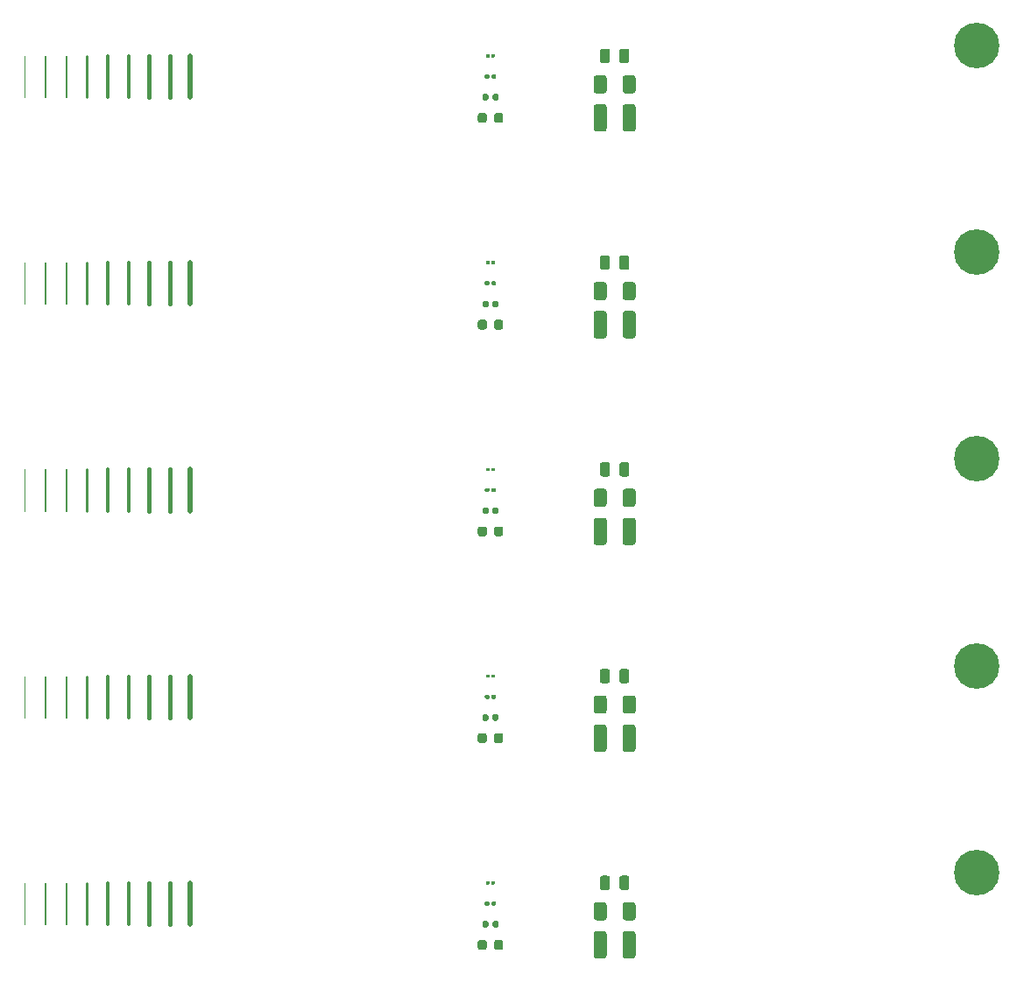
<source format=gbr>
%TF.GenerationSoftware,KiCad,Pcbnew,(5.1.6-0-10_14)*%
%TF.CreationDate,2020-07-24T19:18:52+09:00*%
%TF.ProjectId,pcb_ruler,7063625f-7275-46c6-9572-2e6b69636164,rev?*%
%TF.SameCoordinates,Original*%
%TF.FileFunction,Copper,L1,Top*%
%TF.FilePolarity,Positive*%
%FSLAX46Y46*%
G04 Gerber Fmt 4.6, Leading zero omitted, Abs format (unit mm)*
G04 Created by KiCad (PCBNEW (5.1.6-0-10_14)) date 2020-07-24 19:18:52*
%MOMM*%
%LPD*%
G01*
G04 APERTURE LIST*
%TA.AperFunction,ComponentPad*%
%ADD10C,4.400000*%
%TD*%
%TA.AperFunction,ComponentPad*%
%ADD11C,0.700000*%
%TD*%
%TA.AperFunction,Conductor*%
%ADD12C,0.100000*%
%TD*%
%TA.AperFunction,Conductor*%
%ADD13C,0.150000*%
%TD*%
%TA.AperFunction,Conductor*%
%ADD14C,0.200000*%
%TD*%
%TA.AperFunction,Conductor*%
%ADD15C,0.250000*%
%TD*%
%TA.AperFunction,Conductor*%
%ADD16C,0.300000*%
%TD*%
%TA.AperFunction,Conductor*%
%ADD17C,0.350000*%
%TD*%
%TA.AperFunction,Conductor*%
%ADD18C,0.450000*%
%TD*%
%TA.AperFunction,Conductor*%
%ADD19C,0.500000*%
%TD*%
%TA.AperFunction,Conductor*%
%ADD20C,0.400000*%
%TD*%
G04 APERTURE END LIST*
%TO.P,1005(0402),2*%
%TO.N,N/C*%
%TA.AperFunction,SMDPad,CuDef*%
G36*
G01*
X148190000Y-195172500D02*
X148190000Y-194827500D01*
G75*
G02*
X148337500Y-194680000I147500J0D01*
G01*
X148632500Y-194680000D01*
G75*
G02*
X148780000Y-194827500I0J-147500D01*
G01*
X148780000Y-195172500D01*
G75*
G02*
X148632500Y-195320000I-147500J0D01*
G01*
X148337500Y-195320000D01*
G75*
G02*
X148190000Y-195172500I0J147500D01*
G01*
G37*
%TD.AperFunction*%
%TO.P,1005(0402),1*%
%TA.AperFunction,SMDPad,CuDef*%
G36*
G01*
X147220000Y-195172500D02*
X147220000Y-194827500D01*
G75*
G02*
X147367500Y-194680000I147500J0D01*
G01*
X147662500Y-194680000D01*
G75*
G02*
X147810000Y-194827500I0J-147500D01*
G01*
X147810000Y-195172500D01*
G75*
G02*
X147662500Y-195320000I-147500J0D01*
G01*
X147367500Y-195320000D01*
G75*
G02*
X147220000Y-195172500I0J147500D01*
G01*
G37*
%TD.AperFunction*%
%TD*%
%TO.P,0603(0201),1*%
%TO.N,N/C*%
%TA.AperFunction,SMDPad,CuDef*%
G36*
G01*
X147450000Y-193100000D02*
X147450000Y-192900000D01*
G75*
G02*
X147550000Y-192800000I100000J0D01*
G01*
X147810000Y-192800000D01*
G75*
G02*
X147910000Y-192900000I0J-100000D01*
G01*
X147910000Y-193100000D01*
G75*
G02*
X147810000Y-193200000I-100000J0D01*
G01*
X147550000Y-193200000D01*
G75*
G02*
X147450000Y-193100000I0J100000D01*
G01*
G37*
%TD.AperFunction*%
%TO.P,0603(0201),2*%
%TA.AperFunction,SMDPad,CuDef*%
G36*
G01*
X148090000Y-193100000D02*
X148090000Y-192900000D01*
G75*
G02*
X148190000Y-192800000I100000J0D01*
G01*
X148450000Y-192800000D01*
G75*
G02*
X148550000Y-192900000I0J-100000D01*
G01*
X148550000Y-193100000D01*
G75*
G02*
X148450000Y-193200000I-100000J0D01*
G01*
X148190000Y-193200000D01*
G75*
G02*
X148090000Y-193100000I0J100000D01*
G01*
G37*
%TD.AperFunction*%
%TD*%
%TO.P,0402(01005),2*%
%TO.N,N/C*%
%TA.AperFunction,SMDPad,CuDef*%
G36*
G01*
X148050000Y-191075000D02*
X148050000Y-190925000D01*
G75*
G02*
X148125000Y-190850000I75000J0D01*
G01*
X148375000Y-190850000D01*
G75*
G02*
X148450000Y-190925000I0J-75000D01*
G01*
X148450000Y-191075000D01*
G75*
G02*
X148375000Y-191150000I-75000J0D01*
G01*
X148125000Y-191150000D01*
G75*
G02*
X148050000Y-191075000I0J75000D01*
G01*
G37*
%TD.AperFunction*%
%TO.P,0402(01005),1*%
%TA.AperFunction,SMDPad,CuDef*%
G36*
G01*
X147550000Y-191075000D02*
X147550000Y-190925000D01*
G75*
G02*
X147625000Y-190850000I75000J0D01*
G01*
X147875000Y-190850000D01*
G75*
G02*
X147950000Y-190925000I0J-75000D01*
G01*
X147950000Y-191075000D01*
G75*
G02*
X147875000Y-191150000I-75000J0D01*
G01*
X147625000Y-191150000D01*
G75*
G02*
X147550000Y-191075000I0J75000D01*
G01*
G37*
%TD.AperFunction*%
%TD*%
%TO.P,1608(0603),2*%
%TO.N,N/C*%
%TA.AperFunction,SMDPad,CuDef*%
G36*
G01*
X148350000Y-197256250D02*
X148350000Y-196743750D01*
G75*
G02*
X148568750Y-196525000I218750J0D01*
G01*
X149006250Y-196525000D01*
G75*
G02*
X149225000Y-196743750I0J-218750D01*
G01*
X149225000Y-197256250D01*
G75*
G02*
X149006250Y-197475000I-218750J0D01*
G01*
X148568750Y-197475000D01*
G75*
G02*
X148350000Y-197256250I0J218750D01*
G01*
G37*
%TD.AperFunction*%
%TO.P,1608(0603),1*%
%TA.AperFunction,SMDPad,CuDef*%
G36*
G01*
X146775000Y-197256250D02*
X146775000Y-196743750D01*
G75*
G02*
X146993750Y-196525000I218750J0D01*
G01*
X147431250Y-196525000D01*
G75*
G02*
X147650000Y-196743750I0J-218750D01*
G01*
X147650000Y-197256250D01*
G75*
G02*
X147431250Y-197475000I-218750J0D01*
G01*
X146993750Y-197475000D01*
G75*
G02*
X146775000Y-197256250I0J218750D01*
G01*
G37*
%TD.AperFunction*%
%TD*%
%TO.P,2012(0805),2*%
%TO.N,N/C*%
%TA.AperFunction,SMDPad,CuDef*%
G36*
G01*
X160450000Y-191456250D02*
X160450000Y-190543750D01*
G75*
G02*
X160693750Y-190300000I243750J0D01*
G01*
X161181250Y-190300000D01*
G75*
G02*
X161425000Y-190543750I0J-243750D01*
G01*
X161425000Y-191456250D01*
G75*
G02*
X161181250Y-191700000I-243750J0D01*
G01*
X160693750Y-191700000D01*
G75*
G02*
X160450000Y-191456250I0J243750D01*
G01*
G37*
%TD.AperFunction*%
%TO.P,2012(0805),1*%
%TA.AperFunction,SMDPad,CuDef*%
G36*
G01*
X158575000Y-191456250D02*
X158575000Y-190543750D01*
G75*
G02*
X158818750Y-190300000I243750J0D01*
G01*
X159306250Y-190300000D01*
G75*
G02*
X159550000Y-190543750I0J-243750D01*
G01*
X159550000Y-191456250D01*
G75*
G02*
X159306250Y-191700000I-243750J0D01*
G01*
X158818750Y-191700000D01*
G75*
G02*
X158575000Y-191456250I0J243750D01*
G01*
G37*
%TD.AperFunction*%
%TD*%
%TO.P,3216(1206),1*%
%TO.N,N/C*%
%TA.AperFunction,SMDPad,CuDef*%
G36*
G01*
X157975000Y-194375000D02*
X157975000Y-193125000D01*
G75*
G02*
X158225000Y-192875000I250000J0D01*
G01*
X158975000Y-192875000D01*
G75*
G02*
X159225000Y-193125000I0J-250000D01*
G01*
X159225000Y-194375000D01*
G75*
G02*
X158975000Y-194625000I-250000J0D01*
G01*
X158225000Y-194625000D01*
G75*
G02*
X157975000Y-194375000I0J250000D01*
G01*
G37*
%TD.AperFunction*%
%TO.P,3216(1206),2*%
%TA.AperFunction,SMDPad,CuDef*%
G36*
G01*
X160775000Y-194375000D02*
X160775000Y-193125000D01*
G75*
G02*
X161025000Y-192875000I250000J0D01*
G01*
X161775000Y-192875000D01*
G75*
G02*
X162025000Y-193125000I0J-250000D01*
G01*
X162025000Y-194375000D01*
G75*
G02*
X161775000Y-194625000I-250000J0D01*
G01*
X161025000Y-194625000D01*
G75*
G02*
X160775000Y-194375000I0J250000D01*
G01*
G37*
%TD.AperFunction*%
%TD*%
%TO.P,3225(1210),1*%
%TO.N,N/C*%
%TA.AperFunction,SMDPad,CuDef*%
G36*
G01*
X157975000Y-198075000D02*
X157975000Y-195925000D01*
G75*
G02*
X158225000Y-195675000I250000J0D01*
G01*
X158975000Y-195675000D01*
G75*
G02*
X159225000Y-195925000I0J-250000D01*
G01*
X159225000Y-198075000D01*
G75*
G02*
X158975000Y-198325000I-250000J0D01*
G01*
X158225000Y-198325000D01*
G75*
G02*
X157975000Y-198075000I0J250000D01*
G01*
G37*
%TD.AperFunction*%
%TO.P,3225(1210),2*%
%TA.AperFunction,SMDPad,CuDef*%
G36*
G01*
X160775000Y-198075000D02*
X160775000Y-195925000D01*
G75*
G02*
X161025000Y-195675000I250000J0D01*
G01*
X161775000Y-195675000D01*
G75*
G02*
X162025000Y-195925000I0J-250000D01*
G01*
X162025000Y-198075000D01*
G75*
G02*
X161775000Y-198325000I-250000J0D01*
G01*
X161025000Y-198325000D01*
G75*
G02*
X160775000Y-198075000I0J250000D01*
G01*
G37*
%TD.AperFunction*%
%TD*%
D10*
%TO.P,REF\u002A\u002A,1*%
%TO.N,N/C*%
X195000000Y-190000000D03*
D11*
X196650000Y-190000000D03*
X196166726Y-191166726D03*
X195000000Y-191650000D03*
X193833274Y-191166726D03*
X193350000Y-190000000D03*
X193833274Y-188833274D03*
X195000000Y-188350000D03*
X196166726Y-188833274D03*
%TD*%
%TO.P,1005(0402),2*%
%TO.N,N/C*%
%TA.AperFunction,SMDPad,CuDef*%
G36*
G01*
X148190000Y-175172500D02*
X148190000Y-174827500D01*
G75*
G02*
X148337500Y-174680000I147500J0D01*
G01*
X148632500Y-174680000D01*
G75*
G02*
X148780000Y-174827500I0J-147500D01*
G01*
X148780000Y-175172500D01*
G75*
G02*
X148632500Y-175320000I-147500J0D01*
G01*
X148337500Y-175320000D01*
G75*
G02*
X148190000Y-175172500I0J147500D01*
G01*
G37*
%TD.AperFunction*%
%TO.P,1005(0402),1*%
%TA.AperFunction,SMDPad,CuDef*%
G36*
G01*
X147220000Y-175172500D02*
X147220000Y-174827500D01*
G75*
G02*
X147367500Y-174680000I147500J0D01*
G01*
X147662500Y-174680000D01*
G75*
G02*
X147810000Y-174827500I0J-147500D01*
G01*
X147810000Y-175172500D01*
G75*
G02*
X147662500Y-175320000I-147500J0D01*
G01*
X147367500Y-175320000D01*
G75*
G02*
X147220000Y-175172500I0J147500D01*
G01*
G37*
%TD.AperFunction*%
%TD*%
%TO.P,0603(0201),1*%
%TO.N,N/C*%
%TA.AperFunction,SMDPad,CuDef*%
G36*
G01*
X147450000Y-173100000D02*
X147450000Y-172900000D01*
G75*
G02*
X147550000Y-172800000I100000J0D01*
G01*
X147810000Y-172800000D01*
G75*
G02*
X147910000Y-172900000I0J-100000D01*
G01*
X147910000Y-173100000D01*
G75*
G02*
X147810000Y-173200000I-100000J0D01*
G01*
X147550000Y-173200000D01*
G75*
G02*
X147450000Y-173100000I0J100000D01*
G01*
G37*
%TD.AperFunction*%
%TO.P,0603(0201),2*%
%TA.AperFunction,SMDPad,CuDef*%
G36*
G01*
X148090000Y-173100000D02*
X148090000Y-172900000D01*
G75*
G02*
X148190000Y-172800000I100000J0D01*
G01*
X148450000Y-172800000D01*
G75*
G02*
X148550000Y-172900000I0J-100000D01*
G01*
X148550000Y-173100000D01*
G75*
G02*
X148450000Y-173200000I-100000J0D01*
G01*
X148190000Y-173200000D01*
G75*
G02*
X148090000Y-173100000I0J100000D01*
G01*
G37*
%TD.AperFunction*%
%TD*%
%TO.P,0402(01005),2*%
%TO.N,N/C*%
%TA.AperFunction,SMDPad,CuDef*%
G36*
G01*
X148050000Y-171075000D02*
X148050000Y-170925000D01*
G75*
G02*
X148125000Y-170850000I75000J0D01*
G01*
X148375000Y-170850000D01*
G75*
G02*
X148450000Y-170925000I0J-75000D01*
G01*
X148450000Y-171075000D01*
G75*
G02*
X148375000Y-171150000I-75000J0D01*
G01*
X148125000Y-171150000D01*
G75*
G02*
X148050000Y-171075000I0J75000D01*
G01*
G37*
%TD.AperFunction*%
%TO.P,0402(01005),1*%
%TA.AperFunction,SMDPad,CuDef*%
G36*
G01*
X147550000Y-171075000D02*
X147550000Y-170925000D01*
G75*
G02*
X147625000Y-170850000I75000J0D01*
G01*
X147875000Y-170850000D01*
G75*
G02*
X147950000Y-170925000I0J-75000D01*
G01*
X147950000Y-171075000D01*
G75*
G02*
X147875000Y-171150000I-75000J0D01*
G01*
X147625000Y-171150000D01*
G75*
G02*
X147550000Y-171075000I0J75000D01*
G01*
G37*
%TD.AperFunction*%
%TD*%
%TO.P,1608(0603),2*%
%TO.N,N/C*%
%TA.AperFunction,SMDPad,CuDef*%
G36*
G01*
X148350000Y-177256250D02*
X148350000Y-176743750D01*
G75*
G02*
X148568750Y-176525000I218750J0D01*
G01*
X149006250Y-176525000D01*
G75*
G02*
X149225000Y-176743750I0J-218750D01*
G01*
X149225000Y-177256250D01*
G75*
G02*
X149006250Y-177475000I-218750J0D01*
G01*
X148568750Y-177475000D01*
G75*
G02*
X148350000Y-177256250I0J218750D01*
G01*
G37*
%TD.AperFunction*%
%TO.P,1608(0603),1*%
%TA.AperFunction,SMDPad,CuDef*%
G36*
G01*
X146775000Y-177256250D02*
X146775000Y-176743750D01*
G75*
G02*
X146993750Y-176525000I218750J0D01*
G01*
X147431250Y-176525000D01*
G75*
G02*
X147650000Y-176743750I0J-218750D01*
G01*
X147650000Y-177256250D01*
G75*
G02*
X147431250Y-177475000I-218750J0D01*
G01*
X146993750Y-177475000D01*
G75*
G02*
X146775000Y-177256250I0J218750D01*
G01*
G37*
%TD.AperFunction*%
%TD*%
%TO.P,2012(0805),2*%
%TO.N,N/C*%
%TA.AperFunction,SMDPad,CuDef*%
G36*
G01*
X160450000Y-171456250D02*
X160450000Y-170543750D01*
G75*
G02*
X160693750Y-170300000I243750J0D01*
G01*
X161181250Y-170300000D01*
G75*
G02*
X161425000Y-170543750I0J-243750D01*
G01*
X161425000Y-171456250D01*
G75*
G02*
X161181250Y-171700000I-243750J0D01*
G01*
X160693750Y-171700000D01*
G75*
G02*
X160450000Y-171456250I0J243750D01*
G01*
G37*
%TD.AperFunction*%
%TO.P,2012(0805),1*%
%TA.AperFunction,SMDPad,CuDef*%
G36*
G01*
X158575000Y-171456250D02*
X158575000Y-170543750D01*
G75*
G02*
X158818750Y-170300000I243750J0D01*
G01*
X159306250Y-170300000D01*
G75*
G02*
X159550000Y-170543750I0J-243750D01*
G01*
X159550000Y-171456250D01*
G75*
G02*
X159306250Y-171700000I-243750J0D01*
G01*
X158818750Y-171700000D01*
G75*
G02*
X158575000Y-171456250I0J243750D01*
G01*
G37*
%TD.AperFunction*%
%TD*%
%TO.P,3216(1206),1*%
%TO.N,N/C*%
%TA.AperFunction,SMDPad,CuDef*%
G36*
G01*
X157975000Y-174375000D02*
X157975000Y-173125000D01*
G75*
G02*
X158225000Y-172875000I250000J0D01*
G01*
X158975000Y-172875000D01*
G75*
G02*
X159225000Y-173125000I0J-250000D01*
G01*
X159225000Y-174375000D01*
G75*
G02*
X158975000Y-174625000I-250000J0D01*
G01*
X158225000Y-174625000D01*
G75*
G02*
X157975000Y-174375000I0J250000D01*
G01*
G37*
%TD.AperFunction*%
%TO.P,3216(1206),2*%
%TA.AperFunction,SMDPad,CuDef*%
G36*
G01*
X160775000Y-174375000D02*
X160775000Y-173125000D01*
G75*
G02*
X161025000Y-172875000I250000J0D01*
G01*
X161775000Y-172875000D01*
G75*
G02*
X162025000Y-173125000I0J-250000D01*
G01*
X162025000Y-174375000D01*
G75*
G02*
X161775000Y-174625000I-250000J0D01*
G01*
X161025000Y-174625000D01*
G75*
G02*
X160775000Y-174375000I0J250000D01*
G01*
G37*
%TD.AperFunction*%
%TD*%
%TO.P,3225(1210),1*%
%TO.N,N/C*%
%TA.AperFunction,SMDPad,CuDef*%
G36*
G01*
X157975000Y-178075000D02*
X157975000Y-175925000D01*
G75*
G02*
X158225000Y-175675000I250000J0D01*
G01*
X158975000Y-175675000D01*
G75*
G02*
X159225000Y-175925000I0J-250000D01*
G01*
X159225000Y-178075000D01*
G75*
G02*
X158975000Y-178325000I-250000J0D01*
G01*
X158225000Y-178325000D01*
G75*
G02*
X157975000Y-178075000I0J250000D01*
G01*
G37*
%TD.AperFunction*%
%TO.P,3225(1210),2*%
%TA.AperFunction,SMDPad,CuDef*%
G36*
G01*
X160775000Y-178075000D02*
X160775000Y-175925000D01*
G75*
G02*
X161025000Y-175675000I250000J0D01*
G01*
X161775000Y-175675000D01*
G75*
G02*
X162025000Y-175925000I0J-250000D01*
G01*
X162025000Y-178075000D01*
G75*
G02*
X161775000Y-178325000I-250000J0D01*
G01*
X161025000Y-178325000D01*
G75*
G02*
X160775000Y-178075000I0J250000D01*
G01*
G37*
%TD.AperFunction*%
%TD*%
D10*
%TO.P,REF\u002A\u002A,1*%
%TO.N,N/C*%
X195000000Y-170000000D03*
D11*
X196650000Y-170000000D03*
X196166726Y-171166726D03*
X195000000Y-171650000D03*
X193833274Y-171166726D03*
X193350000Y-170000000D03*
X193833274Y-168833274D03*
X195000000Y-168350000D03*
X196166726Y-168833274D03*
%TD*%
%TO.P,1005(0402),2*%
%TO.N,N/C*%
%TA.AperFunction,SMDPad,CuDef*%
G36*
G01*
X148190000Y-155172500D02*
X148190000Y-154827500D01*
G75*
G02*
X148337500Y-154680000I147500J0D01*
G01*
X148632500Y-154680000D01*
G75*
G02*
X148780000Y-154827500I0J-147500D01*
G01*
X148780000Y-155172500D01*
G75*
G02*
X148632500Y-155320000I-147500J0D01*
G01*
X148337500Y-155320000D01*
G75*
G02*
X148190000Y-155172500I0J147500D01*
G01*
G37*
%TD.AperFunction*%
%TO.P,1005(0402),1*%
%TA.AperFunction,SMDPad,CuDef*%
G36*
G01*
X147220000Y-155172500D02*
X147220000Y-154827500D01*
G75*
G02*
X147367500Y-154680000I147500J0D01*
G01*
X147662500Y-154680000D01*
G75*
G02*
X147810000Y-154827500I0J-147500D01*
G01*
X147810000Y-155172500D01*
G75*
G02*
X147662500Y-155320000I-147500J0D01*
G01*
X147367500Y-155320000D01*
G75*
G02*
X147220000Y-155172500I0J147500D01*
G01*
G37*
%TD.AperFunction*%
%TD*%
%TO.P,0603(0201),1*%
%TO.N,N/C*%
%TA.AperFunction,SMDPad,CuDef*%
G36*
G01*
X147450000Y-153100000D02*
X147450000Y-152900000D01*
G75*
G02*
X147550000Y-152800000I100000J0D01*
G01*
X147810000Y-152800000D01*
G75*
G02*
X147910000Y-152900000I0J-100000D01*
G01*
X147910000Y-153100000D01*
G75*
G02*
X147810000Y-153200000I-100000J0D01*
G01*
X147550000Y-153200000D01*
G75*
G02*
X147450000Y-153100000I0J100000D01*
G01*
G37*
%TD.AperFunction*%
%TO.P,0603(0201),2*%
%TA.AperFunction,SMDPad,CuDef*%
G36*
G01*
X148090000Y-153100000D02*
X148090000Y-152900000D01*
G75*
G02*
X148190000Y-152800000I100000J0D01*
G01*
X148450000Y-152800000D01*
G75*
G02*
X148550000Y-152900000I0J-100000D01*
G01*
X148550000Y-153100000D01*
G75*
G02*
X148450000Y-153200000I-100000J0D01*
G01*
X148190000Y-153200000D01*
G75*
G02*
X148090000Y-153100000I0J100000D01*
G01*
G37*
%TD.AperFunction*%
%TD*%
%TO.P,0402(01005),2*%
%TO.N,N/C*%
%TA.AperFunction,SMDPad,CuDef*%
G36*
G01*
X148050000Y-151075000D02*
X148050000Y-150925000D01*
G75*
G02*
X148125000Y-150850000I75000J0D01*
G01*
X148375000Y-150850000D01*
G75*
G02*
X148450000Y-150925000I0J-75000D01*
G01*
X148450000Y-151075000D01*
G75*
G02*
X148375000Y-151150000I-75000J0D01*
G01*
X148125000Y-151150000D01*
G75*
G02*
X148050000Y-151075000I0J75000D01*
G01*
G37*
%TD.AperFunction*%
%TO.P,0402(01005),1*%
%TA.AperFunction,SMDPad,CuDef*%
G36*
G01*
X147550000Y-151075000D02*
X147550000Y-150925000D01*
G75*
G02*
X147625000Y-150850000I75000J0D01*
G01*
X147875000Y-150850000D01*
G75*
G02*
X147950000Y-150925000I0J-75000D01*
G01*
X147950000Y-151075000D01*
G75*
G02*
X147875000Y-151150000I-75000J0D01*
G01*
X147625000Y-151150000D01*
G75*
G02*
X147550000Y-151075000I0J75000D01*
G01*
G37*
%TD.AperFunction*%
%TD*%
%TO.P,1608(0603),2*%
%TO.N,N/C*%
%TA.AperFunction,SMDPad,CuDef*%
G36*
G01*
X148350000Y-157256250D02*
X148350000Y-156743750D01*
G75*
G02*
X148568750Y-156525000I218750J0D01*
G01*
X149006250Y-156525000D01*
G75*
G02*
X149225000Y-156743750I0J-218750D01*
G01*
X149225000Y-157256250D01*
G75*
G02*
X149006250Y-157475000I-218750J0D01*
G01*
X148568750Y-157475000D01*
G75*
G02*
X148350000Y-157256250I0J218750D01*
G01*
G37*
%TD.AperFunction*%
%TO.P,1608(0603),1*%
%TA.AperFunction,SMDPad,CuDef*%
G36*
G01*
X146775000Y-157256250D02*
X146775000Y-156743750D01*
G75*
G02*
X146993750Y-156525000I218750J0D01*
G01*
X147431250Y-156525000D01*
G75*
G02*
X147650000Y-156743750I0J-218750D01*
G01*
X147650000Y-157256250D01*
G75*
G02*
X147431250Y-157475000I-218750J0D01*
G01*
X146993750Y-157475000D01*
G75*
G02*
X146775000Y-157256250I0J218750D01*
G01*
G37*
%TD.AperFunction*%
%TD*%
%TO.P,2012(0805),2*%
%TO.N,N/C*%
%TA.AperFunction,SMDPad,CuDef*%
G36*
G01*
X160450000Y-151456250D02*
X160450000Y-150543750D01*
G75*
G02*
X160693750Y-150300000I243750J0D01*
G01*
X161181250Y-150300000D01*
G75*
G02*
X161425000Y-150543750I0J-243750D01*
G01*
X161425000Y-151456250D01*
G75*
G02*
X161181250Y-151700000I-243750J0D01*
G01*
X160693750Y-151700000D01*
G75*
G02*
X160450000Y-151456250I0J243750D01*
G01*
G37*
%TD.AperFunction*%
%TO.P,2012(0805),1*%
%TA.AperFunction,SMDPad,CuDef*%
G36*
G01*
X158575000Y-151456250D02*
X158575000Y-150543750D01*
G75*
G02*
X158818750Y-150300000I243750J0D01*
G01*
X159306250Y-150300000D01*
G75*
G02*
X159550000Y-150543750I0J-243750D01*
G01*
X159550000Y-151456250D01*
G75*
G02*
X159306250Y-151700000I-243750J0D01*
G01*
X158818750Y-151700000D01*
G75*
G02*
X158575000Y-151456250I0J243750D01*
G01*
G37*
%TD.AperFunction*%
%TD*%
%TO.P,3216(1206),1*%
%TO.N,N/C*%
%TA.AperFunction,SMDPad,CuDef*%
G36*
G01*
X157975000Y-154375000D02*
X157975000Y-153125000D01*
G75*
G02*
X158225000Y-152875000I250000J0D01*
G01*
X158975000Y-152875000D01*
G75*
G02*
X159225000Y-153125000I0J-250000D01*
G01*
X159225000Y-154375000D01*
G75*
G02*
X158975000Y-154625000I-250000J0D01*
G01*
X158225000Y-154625000D01*
G75*
G02*
X157975000Y-154375000I0J250000D01*
G01*
G37*
%TD.AperFunction*%
%TO.P,3216(1206),2*%
%TA.AperFunction,SMDPad,CuDef*%
G36*
G01*
X160775000Y-154375000D02*
X160775000Y-153125000D01*
G75*
G02*
X161025000Y-152875000I250000J0D01*
G01*
X161775000Y-152875000D01*
G75*
G02*
X162025000Y-153125000I0J-250000D01*
G01*
X162025000Y-154375000D01*
G75*
G02*
X161775000Y-154625000I-250000J0D01*
G01*
X161025000Y-154625000D01*
G75*
G02*
X160775000Y-154375000I0J250000D01*
G01*
G37*
%TD.AperFunction*%
%TD*%
%TO.P,3225(1210),1*%
%TO.N,N/C*%
%TA.AperFunction,SMDPad,CuDef*%
G36*
G01*
X157975000Y-158075000D02*
X157975000Y-155925000D01*
G75*
G02*
X158225000Y-155675000I250000J0D01*
G01*
X158975000Y-155675000D01*
G75*
G02*
X159225000Y-155925000I0J-250000D01*
G01*
X159225000Y-158075000D01*
G75*
G02*
X158975000Y-158325000I-250000J0D01*
G01*
X158225000Y-158325000D01*
G75*
G02*
X157975000Y-158075000I0J250000D01*
G01*
G37*
%TD.AperFunction*%
%TO.P,3225(1210),2*%
%TA.AperFunction,SMDPad,CuDef*%
G36*
G01*
X160775000Y-158075000D02*
X160775000Y-155925000D01*
G75*
G02*
X161025000Y-155675000I250000J0D01*
G01*
X161775000Y-155675000D01*
G75*
G02*
X162025000Y-155925000I0J-250000D01*
G01*
X162025000Y-158075000D01*
G75*
G02*
X161775000Y-158325000I-250000J0D01*
G01*
X161025000Y-158325000D01*
G75*
G02*
X160775000Y-158075000I0J250000D01*
G01*
G37*
%TD.AperFunction*%
%TD*%
D10*
%TO.P,REF\u002A\u002A,1*%
%TO.N,N/C*%
X195000000Y-150000000D03*
D11*
X196650000Y-150000000D03*
X196166726Y-151166726D03*
X195000000Y-151650000D03*
X193833274Y-151166726D03*
X193350000Y-150000000D03*
X193833274Y-148833274D03*
X195000000Y-148350000D03*
X196166726Y-148833274D03*
%TD*%
%TO.P,1005(0402),2*%
%TO.N,N/C*%
%TA.AperFunction,SMDPad,CuDef*%
G36*
G01*
X148190000Y-135172500D02*
X148190000Y-134827500D01*
G75*
G02*
X148337500Y-134680000I147500J0D01*
G01*
X148632500Y-134680000D01*
G75*
G02*
X148780000Y-134827500I0J-147500D01*
G01*
X148780000Y-135172500D01*
G75*
G02*
X148632500Y-135320000I-147500J0D01*
G01*
X148337500Y-135320000D01*
G75*
G02*
X148190000Y-135172500I0J147500D01*
G01*
G37*
%TD.AperFunction*%
%TO.P,1005(0402),1*%
%TA.AperFunction,SMDPad,CuDef*%
G36*
G01*
X147220000Y-135172500D02*
X147220000Y-134827500D01*
G75*
G02*
X147367500Y-134680000I147500J0D01*
G01*
X147662500Y-134680000D01*
G75*
G02*
X147810000Y-134827500I0J-147500D01*
G01*
X147810000Y-135172500D01*
G75*
G02*
X147662500Y-135320000I-147500J0D01*
G01*
X147367500Y-135320000D01*
G75*
G02*
X147220000Y-135172500I0J147500D01*
G01*
G37*
%TD.AperFunction*%
%TD*%
%TO.P,0603(0201),1*%
%TO.N,N/C*%
%TA.AperFunction,SMDPad,CuDef*%
G36*
G01*
X147450000Y-133100000D02*
X147450000Y-132900000D01*
G75*
G02*
X147550000Y-132800000I100000J0D01*
G01*
X147810000Y-132800000D01*
G75*
G02*
X147910000Y-132900000I0J-100000D01*
G01*
X147910000Y-133100000D01*
G75*
G02*
X147810000Y-133200000I-100000J0D01*
G01*
X147550000Y-133200000D01*
G75*
G02*
X147450000Y-133100000I0J100000D01*
G01*
G37*
%TD.AperFunction*%
%TO.P,0603(0201),2*%
%TA.AperFunction,SMDPad,CuDef*%
G36*
G01*
X148090000Y-133100000D02*
X148090000Y-132900000D01*
G75*
G02*
X148190000Y-132800000I100000J0D01*
G01*
X148450000Y-132800000D01*
G75*
G02*
X148550000Y-132900000I0J-100000D01*
G01*
X148550000Y-133100000D01*
G75*
G02*
X148450000Y-133200000I-100000J0D01*
G01*
X148190000Y-133200000D01*
G75*
G02*
X148090000Y-133100000I0J100000D01*
G01*
G37*
%TD.AperFunction*%
%TD*%
%TO.P,0402(01005),2*%
%TO.N,N/C*%
%TA.AperFunction,SMDPad,CuDef*%
G36*
G01*
X148050000Y-131075000D02*
X148050000Y-130925000D01*
G75*
G02*
X148125000Y-130850000I75000J0D01*
G01*
X148375000Y-130850000D01*
G75*
G02*
X148450000Y-130925000I0J-75000D01*
G01*
X148450000Y-131075000D01*
G75*
G02*
X148375000Y-131150000I-75000J0D01*
G01*
X148125000Y-131150000D01*
G75*
G02*
X148050000Y-131075000I0J75000D01*
G01*
G37*
%TD.AperFunction*%
%TO.P,0402(01005),1*%
%TA.AperFunction,SMDPad,CuDef*%
G36*
G01*
X147550000Y-131075000D02*
X147550000Y-130925000D01*
G75*
G02*
X147625000Y-130850000I75000J0D01*
G01*
X147875000Y-130850000D01*
G75*
G02*
X147950000Y-130925000I0J-75000D01*
G01*
X147950000Y-131075000D01*
G75*
G02*
X147875000Y-131150000I-75000J0D01*
G01*
X147625000Y-131150000D01*
G75*
G02*
X147550000Y-131075000I0J75000D01*
G01*
G37*
%TD.AperFunction*%
%TD*%
%TO.P,1608(0603),2*%
%TO.N,N/C*%
%TA.AperFunction,SMDPad,CuDef*%
G36*
G01*
X148350000Y-137256250D02*
X148350000Y-136743750D01*
G75*
G02*
X148568750Y-136525000I218750J0D01*
G01*
X149006250Y-136525000D01*
G75*
G02*
X149225000Y-136743750I0J-218750D01*
G01*
X149225000Y-137256250D01*
G75*
G02*
X149006250Y-137475000I-218750J0D01*
G01*
X148568750Y-137475000D01*
G75*
G02*
X148350000Y-137256250I0J218750D01*
G01*
G37*
%TD.AperFunction*%
%TO.P,1608(0603),1*%
%TA.AperFunction,SMDPad,CuDef*%
G36*
G01*
X146775000Y-137256250D02*
X146775000Y-136743750D01*
G75*
G02*
X146993750Y-136525000I218750J0D01*
G01*
X147431250Y-136525000D01*
G75*
G02*
X147650000Y-136743750I0J-218750D01*
G01*
X147650000Y-137256250D01*
G75*
G02*
X147431250Y-137475000I-218750J0D01*
G01*
X146993750Y-137475000D01*
G75*
G02*
X146775000Y-137256250I0J218750D01*
G01*
G37*
%TD.AperFunction*%
%TD*%
%TO.P,2012(0805),2*%
%TO.N,N/C*%
%TA.AperFunction,SMDPad,CuDef*%
G36*
G01*
X160450000Y-131456250D02*
X160450000Y-130543750D01*
G75*
G02*
X160693750Y-130300000I243750J0D01*
G01*
X161181250Y-130300000D01*
G75*
G02*
X161425000Y-130543750I0J-243750D01*
G01*
X161425000Y-131456250D01*
G75*
G02*
X161181250Y-131700000I-243750J0D01*
G01*
X160693750Y-131700000D01*
G75*
G02*
X160450000Y-131456250I0J243750D01*
G01*
G37*
%TD.AperFunction*%
%TO.P,2012(0805),1*%
%TA.AperFunction,SMDPad,CuDef*%
G36*
G01*
X158575000Y-131456250D02*
X158575000Y-130543750D01*
G75*
G02*
X158818750Y-130300000I243750J0D01*
G01*
X159306250Y-130300000D01*
G75*
G02*
X159550000Y-130543750I0J-243750D01*
G01*
X159550000Y-131456250D01*
G75*
G02*
X159306250Y-131700000I-243750J0D01*
G01*
X158818750Y-131700000D01*
G75*
G02*
X158575000Y-131456250I0J243750D01*
G01*
G37*
%TD.AperFunction*%
%TD*%
%TO.P,3216(1206),1*%
%TO.N,N/C*%
%TA.AperFunction,SMDPad,CuDef*%
G36*
G01*
X157975000Y-134375000D02*
X157975000Y-133125000D01*
G75*
G02*
X158225000Y-132875000I250000J0D01*
G01*
X158975000Y-132875000D01*
G75*
G02*
X159225000Y-133125000I0J-250000D01*
G01*
X159225000Y-134375000D01*
G75*
G02*
X158975000Y-134625000I-250000J0D01*
G01*
X158225000Y-134625000D01*
G75*
G02*
X157975000Y-134375000I0J250000D01*
G01*
G37*
%TD.AperFunction*%
%TO.P,3216(1206),2*%
%TA.AperFunction,SMDPad,CuDef*%
G36*
G01*
X160775000Y-134375000D02*
X160775000Y-133125000D01*
G75*
G02*
X161025000Y-132875000I250000J0D01*
G01*
X161775000Y-132875000D01*
G75*
G02*
X162025000Y-133125000I0J-250000D01*
G01*
X162025000Y-134375000D01*
G75*
G02*
X161775000Y-134625000I-250000J0D01*
G01*
X161025000Y-134625000D01*
G75*
G02*
X160775000Y-134375000I0J250000D01*
G01*
G37*
%TD.AperFunction*%
%TD*%
%TO.P,3225(1210),1*%
%TO.N,N/C*%
%TA.AperFunction,SMDPad,CuDef*%
G36*
G01*
X157975000Y-138075000D02*
X157975000Y-135925000D01*
G75*
G02*
X158225000Y-135675000I250000J0D01*
G01*
X158975000Y-135675000D01*
G75*
G02*
X159225000Y-135925000I0J-250000D01*
G01*
X159225000Y-138075000D01*
G75*
G02*
X158975000Y-138325000I-250000J0D01*
G01*
X158225000Y-138325000D01*
G75*
G02*
X157975000Y-138075000I0J250000D01*
G01*
G37*
%TD.AperFunction*%
%TO.P,3225(1210),2*%
%TA.AperFunction,SMDPad,CuDef*%
G36*
G01*
X160775000Y-138075000D02*
X160775000Y-135925000D01*
G75*
G02*
X161025000Y-135675000I250000J0D01*
G01*
X161775000Y-135675000D01*
G75*
G02*
X162025000Y-135925000I0J-250000D01*
G01*
X162025000Y-138075000D01*
G75*
G02*
X161775000Y-138325000I-250000J0D01*
G01*
X161025000Y-138325000D01*
G75*
G02*
X160775000Y-138075000I0J250000D01*
G01*
G37*
%TD.AperFunction*%
%TD*%
D10*
%TO.P,REF\u002A\u002A,1*%
%TO.N,N/C*%
X195000000Y-130000000D03*
D11*
X196650000Y-130000000D03*
X196166726Y-131166726D03*
X195000000Y-131650000D03*
X193833274Y-131166726D03*
X193350000Y-130000000D03*
X193833274Y-128833274D03*
X195000000Y-128350000D03*
X196166726Y-128833274D03*
%TD*%
%TO.P,REF\u002A\u002A,1*%
%TO.N,N/C*%
X196166726Y-108833274D03*
X195000000Y-108350000D03*
X193833274Y-108833274D03*
X193350000Y-110000000D03*
X193833274Y-111166726D03*
X195000000Y-111650000D03*
X196166726Y-111166726D03*
X196650000Y-110000000D03*
D10*
X195000000Y-110000000D03*
%TD*%
%TO.P,3225(1210),2*%
%TO.N,N/C*%
%TA.AperFunction,SMDPad,CuDef*%
G36*
G01*
X160775000Y-118075000D02*
X160775000Y-115925000D01*
G75*
G02*
X161025000Y-115675000I250000J0D01*
G01*
X161775000Y-115675000D01*
G75*
G02*
X162025000Y-115925000I0J-250000D01*
G01*
X162025000Y-118075000D01*
G75*
G02*
X161775000Y-118325000I-250000J0D01*
G01*
X161025000Y-118325000D01*
G75*
G02*
X160775000Y-118075000I0J250000D01*
G01*
G37*
%TD.AperFunction*%
%TO.P,3225(1210),1*%
%TA.AperFunction,SMDPad,CuDef*%
G36*
G01*
X157975000Y-118075000D02*
X157975000Y-115925000D01*
G75*
G02*
X158225000Y-115675000I250000J0D01*
G01*
X158975000Y-115675000D01*
G75*
G02*
X159225000Y-115925000I0J-250000D01*
G01*
X159225000Y-118075000D01*
G75*
G02*
X158975000Y-118325000I-250000J0D01*
G01*
X158225000Y-118325000D01*
G75*
G02*
X157975000Y-118075000I0J250000D01*
G01*
G37*
%TD.AperFunction*%
%TD*%
%TO.P,3216(1206),2*%
%TO.N,N/C*%
%TA.AperFunction,SMDPad,CuDef*%
G36*
G01*
X160775000Y-114375000D02*
X160775000Y-113125000D01*
G75*
G02*
X161025000Y-112875000I250000J0D01*
G01*
X161775000Y-112875000D01*
G75*
G02*
X162025000Y-113125000I0J-250000D01*
G01*
X162025000Y-114375000D01*
G75*
G02*
X161775000Y-114625000I-250000J0D01*
G01*
X161025000Y-114625000D01*
G75*
G02*
X160775000Y-114375000I0J250000D01*
G01*
G37*
%TD.AperFunction*%
%TO.P,3216(1206),1*%
%TA.AperFunction,SMDPad,CuDef*%
G36*
G01*
X157975000Y-114375000D02*
X157975000Y-113125000D01*
G75*
G02*
X158225000Y-112875000I250000J0D01*
G01*
X158975000Y-112875000D01*
G75*
G02*
X159225000Y-113125000I0J-250000D01*
G01*
X159225000Y-114375000D01*
G75*
G02*
X158975000Y-114625000I-250000J0D01*
G01*
X158225000Y-114625000D01*
G75*
G02*
X157975000Y-114375000I0J250000D01*
G01*
G37*
%TD.AperFunction*%
%TD*%
%TO.P,2012(0805),1*%
%TO.N,N/C*%
%TA.AperFunction,SMDPad,CuDef*%
G36*
G01*
X158575000Y-111456250D02*
X158575000Y-110543750D01*
G75*
G02*
X158818750Y-110300000I243750J0D01*
G01*
X159306250Y-110300000D01*
G75*
G02*
X159550000Y-110543750I0J-243750D01*
G01*
X159550000Y-111456250D01*
G75*
G02*
X159306250Y-111700000I-243750J0D01*
G01*
X158818750Y-111700000D01*
G75*
G02*
X158575000Y-111456250I0J243750D01*
G01*
G37*
%TD.AperFunction*%
%TO.P,2012(0805),2*%
%TA.AperFunction,SMDPad,CuDef*%
G36*
G01*
X160450000Y-111456250D02*
X160450000Y-110543750D01*
G75*
G02*
X160693750Y-110300000I243750J0D01*
G01*
X161181250Y-110300000D01*
G75*
G02*
X161425000Y-110543750I0J-243750D01*
G01*
X161425000Y-111456250D01*
G75*
G02*
X161181250Y-111700000I-243750J0D01*
G01*
X160693750Y-111700000D01*
G75*
G02*
X160450000Y-111456250I0J243750D01*
G01*
G37*
%TD.AperFunction*%
%TD*%
%TO.P,1608(0603),1*%
%TO.N,N/C*%
%TA.AperFunction,SMDPad,CuDef*%
G36*
G01*
X146775000Y-117256250D02*
X146775000Y-116743750D01*
G75*
G02*
X146993750Y-116525000I218750J0D01*
G01*
X147431250Y-116525000D01*
G75*
G02*
X147650000Y-116743750I0J-218750D01*
G01*
X147650000Y-117256250D01*
G75*
G02*
X147431250Y-117475000I-218750J0D01*
G01*
X146993750Y-117475000D01*
G75*
G02*
X146775000Y-117256250I0J218750D01*
G01*
G37*
%TD.AperFunction*%
%TO.P,1608(0603),2*%
%TA.AperFunction,SMDPad,CuDef*%
G36*
G01*
X148350000Y-117256250D02*
X148350000Y-116743750D01*
G75*
G02*
X148568750Y-116525000I218750J0D01*
G01*
X149006250Y-116525000D01*
G75*
G02*
X149225000Y-116743750I0J-218750D01*
G01*
X149225000Y-117256250D01*
G75*
G02*
X149006250Y-117475000I-218750J0D01*
G01*
X148568750Y-117475000D01*
G75*
G02*
X148350000Y-117256250I0J218750D01*
G01*
G37*
%TD.AperFunction*%
%TD*%
%TO.P,0402(01005),1*%
%TO.N,N/C*%
%TA.AperFunction,SMDPad,CuDef*%
G36*
G01*
X147550000Y-111075000D02*
X147550000Y-110925000D01*
G75*
G02*
X147625000Y-110850000I75000J0D01*
G01*
X147875000Y-110850000D01*
G75*
G02*
X147950000Y-110925000I0J-75000D01*
G01*
X147950000Y-111075000D01*
G75*
G02*
X147875000Y-111150000I-75000J0D01*
G01*
X147625000Y-111150000D01*
G75*
G02*
X147550000Y-111075000I0J75000D01*
G01*
G37*
%TD.AperFunction*%
%TO.P,0402(01005),2*%
%TA.AperFunction,SMDPad,CuDef*%
G36*
G01*
X148050000Y-111075000D02*
X148050000Y-110925000D01*
G75*
G02*
X148125000Y-110850000I75000J0D01*
G01*
X148375000Y-110850000D01*
G75*
G02*
X148450000Y-110925000I0J-75000D01*
G01*
X148450000Y-111075000D01*
G75*
G02*
X148375000Y-111150000I-75000J0D01*
G01*
X148125000Y-111150000D01*
G75*
G02*
X148050000Y-111075000I0J75000D01*
G01*
G37*
%TD.AperFunction*%
%TD*%
%TO.P,0603(0201),2*%
%TO.N,N/C*%
%TA.AperFunction,SMDPad,CuDef*%
G36*
G01*
X148090000Y-113100000D02*
X148090000Y-112900000D01*
G75*
G02*
X148190000Y-112800000I100000J0D01*
G01*
X148450000Y-112800000D01*
G75*
G02*
X148550000Y-112900000I0J-100000D01*
G01*
X148550000Y-113100000D01*
G75*
G02*
X148450000Y-113200000I-100000J0D01*
G01*
X148190000Y-113200000D01*
G75*
G02*
X148090000Y-113100000I0J100000D01*
G01*
G37*
%TD.AperFunction*%
%TO.P,0603(0201),1*%
%TA.AperFunction,SMDPad,CuDef*%
G36*
G01*
X147450000Y-113100000D02*
X147450000Y-112900000D01*
G75*
G02*
X147550000Y-112800000I100000J0D01*
G01*
X147810000Y-112800000D01*
G75*
G02*
X147910000Y-112900000I0J-100000D01*
G01*
X147910000Y-113100000D01*
G75*
G02*
X147810000Y-113200000I-100000J0D01*
G01*
X147550000Y-113200000D01*
G75*
G02*
X147450000Y-113100000I0J100000D01*
G01*
G37*
%TD.AperFunction*%
%TD*%
%TO.P,1005(0402),1*%
%TO.N,N/C*%
%TA.AperFunction,SMDPad,CuDef*%
G36*
G01*
X147220000Y-115172500D02*
X147220000Y-114827500D01*
G75*
G02*
X147367500Y-114680000I147500J0D01*
G01*
X147662500Y-114680000D01*
G75*
G02*
X147810000Y-114827500I0J-147500D01*
G01*
X147810000Y-115172500D01*
G75*
G02*
X147662500Y-115320000I-147500J0D01*
G01*
X147367500Y-115320000D01*
G75*
G02*
X147220000Y-115172500I0J147500D01*
G01*
G37*
%TD.AperFunction*%
%TO.P,1005(0402),2*%
%TA.AperFunction,SMDPad,CuDef*%
G36*
G01*
X148190000Y-115172500D02*
X148190000Y-114827500D01*
G75*
G02*
X148337500Y-114680000I147500J0D01*
G01*
X148632500Y-114680000D01*
G75*
G02*
X148780000Y-114827500I0J-147500D01*
G01*
X148780000Y-115172500D01*
G75*
G02*
X148632500Y-115320000I-147500J0D01*
G01*
X148337500Y-115320000D01*
G75*
G02*
X148190000Y-115172500I0J147500D01*
G01*
G37*
%TD.AperFunction*%
%TD*%
D12*
%TO.N,*%
X103000000Y-111000000D02*
X103000000Y-115000000D01*
D13*
X105000000Y-111000000D02*
X105000000Y-115000000D01*
D14*
X107000000Y-111000000D02*
X107000000Y-115000000D01*
D15*
X109000000Y-111000000D02*
X109000000Y-115000000D01*
D16*
X111000000Y-111000000D02*
X111000000Y-115000000D01*
D17*
X113000000Y-111000000D02*
X113000000Y-115000000D01*
D18*
X117000000Y-111000000D02*
X117000000Y-115000000D01*
D19*
X119000000Y-111000000D02*
X119000000Y-115000000D01*
D20*
X115000000Y-111000000D02*
X115000000Y-115000000D01*
D19*
X119000000Y-131000000D02*
X119000000Y-135000000D01*
D17*
X113000000Y-131000000D02*
X113000000Y-135000000D01*
D16*
X111000000Y-131000000D02*
X111000000Y-135000000D01*
D15*
X109000000Y-131000000D02*
X109000000Y-135000000D01*
D14*
X107000000Y-131000000D02*
X107000000Y-135000000D01*
D13*
X105000000Y-131000000D02*
X105000000Y-135000000D01*
D12*
X103000000Y-131000000D02*
X103000000Y-135000000D01*
D20*
X115000000Y-131000000D02*
X115000000Y-135000000D01*
D18*
X117000000Y-131000000D02*
X117000000Y-135000000D01*
D19*
X119000000Y-151000000D02*
X119000000Y-155000000D01*
D17*
X113000000Y-151000000D02*
X113000000Y-155000000D01*
D16*
X111000000Y-151000000D02*
X111000000Y-155000000D01*
D15*
X109000000Y-151000000D02*
X109000000Y-155000000D01*
D14*
X107000000Y-151000000D02*
X107000000Y-155000000D01*
D13*
X105000000Y-151000000D02*
X105000000Y-155000000D01*
D12*
X103000000Y-151000000D02*
X103000000Y-155000000D01*
D20*
X115000000Y-151000000D02*
X115000000Y-155000000D01*
D18*
X117000000Y-151000000D02*
X117000000Y-155000000D01*
D19*
X119000000Y-171000000D02*
X119000000Y-175000000D01*
D17*
X113000000Y-171000000D02*
X113000000Y-175000000D01*
D16*
X111000000Y-171000000D02*
X111000000Y-175000000D01*
D15*
X109000000Y-171000000D02*
X109000000Y-175000000D01*
D14*
X107000000Y-171000000D02*
X107000000Y-175000000D01*
D13*
X105000000Y-171000000D02*
X105000000Y-175000000D01*
D12*
X103000000Y-171000000D02*
X103000000Y-175000000D01*
D20*
X115000000Y-171000000D02*
X115000000Y-175000000D01*
D18*
X117000000Y-171000000D02*
X117000000Y-175000000D01*
D19*
X119000000Y-191000000D02*
X119000000Y-195000000D01*
D17*
X113000000Y-191000000D02*
X113000000Y-195000000D01*
D16*
X111000000Y-191000000D02*
X111000000Y-195000000D01*
D15*
X109000000Y-191000000D02*
X109000000Y-195000000D01*
D14*
X107000000Y-191000000D02*
X107000000Y-195000000D01*
D13*
X105000000Y-191000000D02*
X105000000Y-195000000D01*
D12*
X103000000Y-191000000D02*
X103000000Y-195000000D01*
D20*
X115000000Y-191000000D02*
X115000000Y-195000000D01*
D18*
X117000000Y-191000000D02*
X117000000Y-195000000D01*
%TD*%
M02*

</source>
